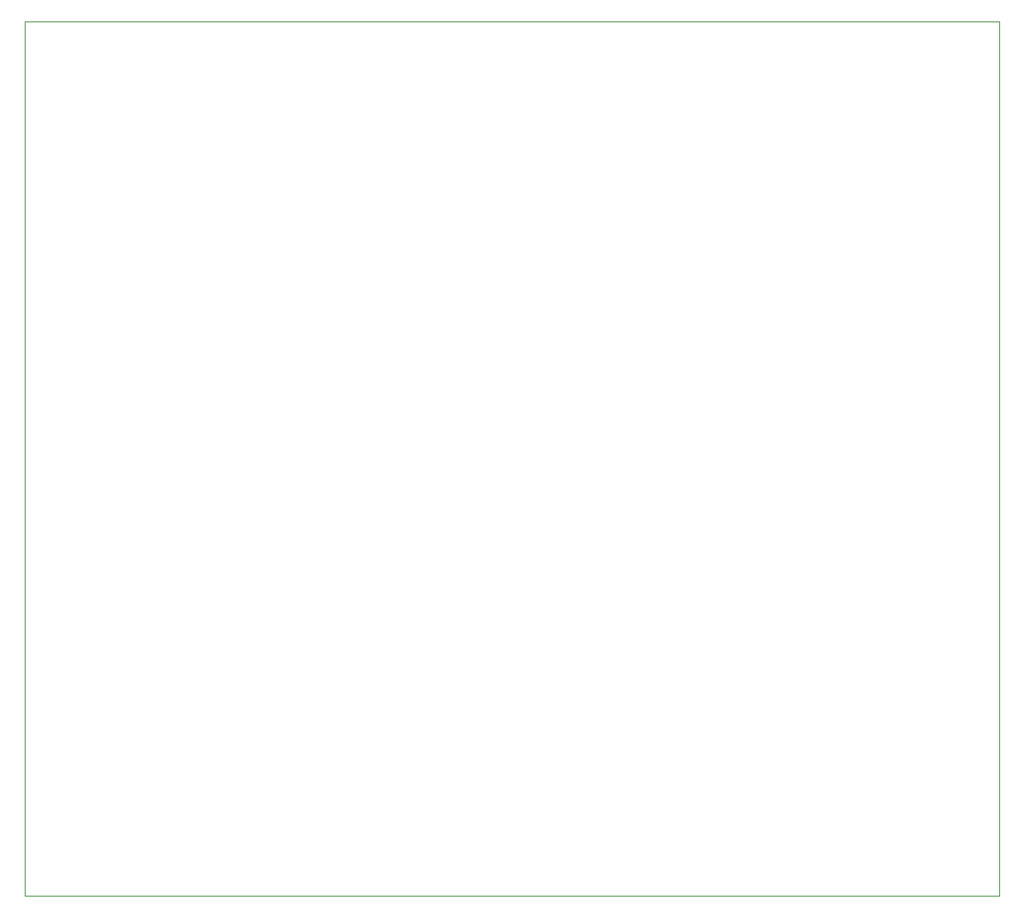
<source format=gbr>
%TF.GenerationSoftware,KiCad,Pcbnew,5.1.6+dfsg1-1*%
%TF.CreationDate,2021-04-07T14:27:39-04:00*%
%TF.ProjectId,uSDX-x,75534458-2d78-42e6-9b69-6361645f7063,rev?*%
%TF.SameCoordinates,Original*%
%TF.FileFunction,Paste,Bot*%
%TF.FilePolarity,Positive*%
%FSLAX46Y46*%
G04 Gerber Fmt 4.6, Leading zero omitted, Abs format (unit mm)*
G04 Created by KiCad (PCBNEW 5.1.6+dfsg1-1) date 2021-04-07 14:27:39*
%MOMM*%
%LPD*%
G01*
G04 APERTURE LIST*
%TA.AperFunction,Profile*%
%ADD10C,0.050000*%
%TD*%
G04 APERTURE END LIST*
D10*
X89350000Y-143150000D02*
X89350000Y-53400000D01*
X189350000Y-143150000D02*
X89350000Y-143150000D01*
X189350000Y-53400000D02*
X189350000Y-143150000D01*
X89350000Y-53400000D02*
X189350000Y-53400000D01*
M02*

</source>
